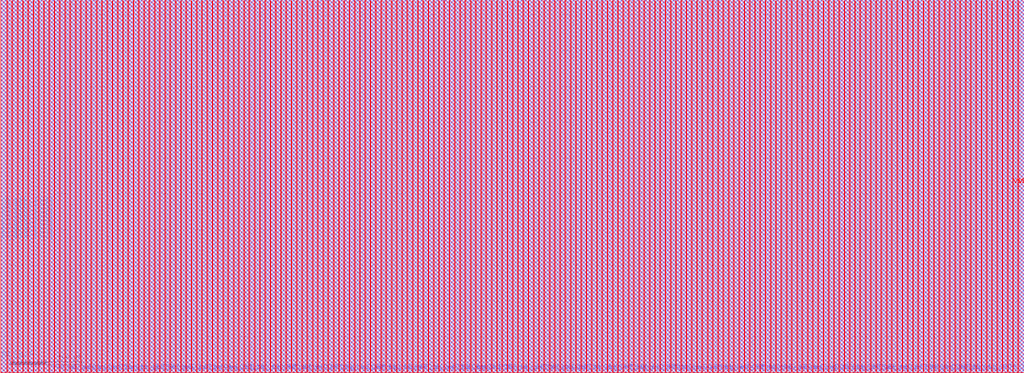
<source format=lef>
# Generated by OpenFakeRAM
VERSION 5.7 ;
BUSBITCHARS "[]" ;
PROPERTYDEFINITIONS
  MACRO width INTEGER ;
  MACRO depth INTEGER ;
  MACRO banks INTEGER ;
END PROPERTYDEFINITIONS
MACRO fakeram_1rw1r_64w1024d_sram
  PROPERTY width 64 ;
  PROPERTY depth 1024 ;
  PROPERTY banks 1 ;
  FOREIGN fakeram_1rw1r_64w1024d_sram 0 0 ;
  SYMMETRY X Y R90 ;
  SIZE 1430.140 BY 521.280 ;
  CLASS BLOCK ;
  PIN r0_clk
    DIRECTION INPUT ;
    USE SIGNAL ;
    SHAPE ABUTMENT ;
    PORT
      LAYER met3 ;
      RECT 0.000 16.170 0.800 16.470 ;
    END
  END r0_clk
  PIN r0_ce_in
    DIRECTION INPUT ;
    USE SIGNAL ;
    SHAPE ABUTMENT ;
    PORT
      LAYER met3 ;
      RECT 0.000 20.250 0.800 20.550 ;
    END
  END r0_ce_in
  PIN r0_addr_in[0]
    DIRECTION INPUT ;
    USE SIGNAL ;
    SHAPE ABUTMENT ;
    PORT
      LAYER met3 ;
      RECT 0.000 182.770 0.800 183.070 ;
    END
  END r0_addr_in[0]
  PIN r0_addr_in[1]
    DIRECTION INPUT ;
    USE SIGNAL ;
    SHAPE ABUTMENT ;
    PORT
      LAYER met3 ;
      RECT 0.000 188.210 0.800 188.510 ;
    END
  END r0_addr_in[1]
  PIN r0_addr_in[2]
    DIRECTION INPUT ;
    USE SIGNAL ;
    SHAPE ABUTMENT ;
    PORT
      LAYER met3 ;
      RECT 0.000 194.330 0.800 194.630 ;
    END
  END r0_addr_in[2]
  PIN r0_addr_in[3]
    DIRECTION INPUT ;
    USE SIGNAL ;
    SHAPE ABUTMENT ;
    PORT
      LAYER met3 ;
      RECT 0.000 199.770 0.800 200.070 ;
    END
  END r0_addr_in[3]
  PIN r0_addr_in[4]
    DIRECTION INPUT ;
    USE SIGNAL ;
    SHAPE ABUTMENT ;
    PORT
      LAYER met3 ;
      RECT 0.000 205.890 0.800 206.190 ;
    END
  END r0_addr_in[4]
  PIN r0_addr_in[5]
    DIRECTION INPUT ;
    USE SIGNAL ;
    SHAPE ABUTMENT ;
    PORT
      LAYER met3 ;
      RECT 0.000 211.330 0.800 211.630 ;
    END
  END r0_addr_in[5]
  PIN r0_addr_in[6]
    DIRECTION INPUT ;
    USE SIGNAL ;
    SHAPE ABUTMENT ;
    PORT
      LAYER met3 ;
      RECT 0.000 217.450 0.800 217.750 ;
    END
  END r0_addr_in[6]
  PIN r0_addr_in[7]
    DIRECTION INPUT ;
    USE SIGNAL ;
    SHAPE ABUTMENT ;
    PORT
      LAYER met3 ;
      RECT 0.000 222.890 0.800 223.190 ;
    END
  END r0_addr_in[7]
  PIN r0_addr_in[8]
    DIRECTION INPUT ;
    USE SIGNAL ;
    SHAPE ABUTMENT ;
    PORT
      LAYER met3 ;
      RECT 0.000 229.010 0.800 229.310 ;
    END
  END r0_addr_in[8]
  PIN r0_addr_in[9]
    DIRECTION INPUT ;
    USE SIGNAL ;
    SHAPE ABUTMENT ;
    PORT
      LAYER met3 ;
      RECT 0.000 234.450 0.800 234.750 ;
    END
  END r0_addr_in[9]
  PIN rw0_rd_out[0]
    DIRECTION OUTPUT ;
    USE SIGNAL ;
    SHAPE ABUTMENT ;
    PORT
      LAYER met2 ;
      RECT 71.610 520.480 71.910 521.280 ;
    END
  END rw0_rd_out[0]
  PIN r0_rd_out[0]
    DIRECTION OUTPUT ;
    USE SIGNAL ;
    SHAPE ABUTMENT ;
    PORT
      LAYER met2 ;
      RECT 81.730 520.480 82.030 521.280 ;
    END
  END r0_rd_out[0]
  PIN rw0_rd_out[1]
    DIRECTION OUTPUT ;
    USE SIGNAL ;
    SHAPE ABUTMENT ;
    PORT
      LAYER met2 ;
      RECT 91.850 520.480 92.150 521.280 ;
    END
  END rw0_rd_out[1]
  PIN r0_rd_out[1]
    DIRECTION OUTPUT ;
    USE SIGNAL ;
    SHAPE ABUTMENT ;
    PORT
      LAYER met2 ;
      RECT 101.970 520.480 102.270 521.280 ;
    END
  END r0_rd_out[1]
  PIN rw0_rd_out[2]
    DIRECTION OUTPUT ;
    USE SIGNAL ;
    SHAPE ABUTMENT ;
    PORT
      LAYER met2 ;
      RECT 112.090 520.480 112.390 521.280 ;
    END
  END rw0_rd_out[2]
  PIN r0_rd_out[2]
    DIRECTION OUTPUT ;
    USE SIGNAL ;
    SHAPE ABUTMENT ;
    PORT
      LAYER met2 ;
      RECT 122.210 520.480 122.510 521.280 ;
    END
  END r0_rd_out[2]
  PIN rw0_rd_out[3]
    DIRECTION OUTPUT ;
    USE SIGNAL ;
    SHAPE ABUTMENT ;
    PORT
      LAYER met2 ;
      RECT 132.330 520.480 132.630 521.280 ;
    END
  END rw0_rd_out[3]
  PIN r0_rd_out[3]
    DIRECTION OUTPUT ;
    USE SIGNAL ;
    SHAPE ABUTMENT ;
    PORT
      LAYER met2 ;
      RECT 142.450 520.480 142.750 521.280 ;
    END
  END r0_rd_out[3]
  PIN rw0_rd_out[4]
    DIRECTION OUTPUT ;
    USE SIGNAL ;
    SHAPE ABUTMENT ;
    PORT
      LAYER met2 ;
      RECT 152.570 520.480 152.870 521.280 ;
    END
  END rw0_rd_out[4]
  PIN r0_rd_out[4]
    DIRECTION OUTPUT ;
    USE SIGNAL ;
    SHAPE ABUTMENT ;
    PORT
      LAYER met2 ;
      RECT 162.690 520.480 162.990 521.280 ;
    END
  END r0_rd_out[4]
  PIN rw0_rd_out[5]
    DIRECTION OUTPUT ;
    USE SIGNAL ;
    SHAPE ABUTMENT ;
    PORT
      LAYER met2 ;
      RECT 172.810 520.480 173.110 521.280 ;
    END
  END rw0_rd_out[5]
  PIN r0_rd_out[5]
    DIRECTION OUTPUT ;
    USE SIGNAL ;
    SHAPE ABUTMENT ;
    PORT
      LAYER met2 ;
      RECT 182.930 520.480 183.230 521.280 ;
    END
  END r0_rd_out[5]
  PIN rw0_rd_out[6]
    DIRECTION OUTPUT ;
    USE SIGNAL ;
    SHAPE ABUTMENT ;
    PORT
      LAYER met2 ;
      RECT 193.050 520.480 193.350 521.280 ;
    END
  END rw0_rd_out[6]
  PIN r0_rd_out[6]
    DIRECTION OUTPUT ;
    USE SIGNAL ;
    SHAPE ABUTMENT ;
    PORT
      LAYER met2 ;
      RECT 203.170 520.480 203.470 521.280 ;
    END
  END r0_rd_out[6]
  PIN rw0_rd_out[7]
    DIRECTION OUTPUT ;
    USE SIGNAL ;
    SHAPE ABUTMENT ;
    PORT
      LAYER met2 ;
      RECT 213.290 520.480 213.590 521.280 ;
    END
  END rw0_rd_out[7]
  PIN r0_rd_out[7]
    DIRECTION OUTPUT ;
    USE SIGNAL ;
    SHAPE ABUTMENT ;
    PORT
      LAYER met2 ;
      RECT 223.410 520.480 223.710 521.280 ;
    END
  END r0_rd_out[7]
  PIN rw0_rd_out[8]
    DIRECTION OUTPUT ;
    USE SIGNAL ;
    SHAPE ABUTMENT ;
    PORT
      LAYER met2 ;
      RECT 233.530 520.480 233.830 521.280 ;
    END
  END rw0_rd_out[8]
  PIN r0_rd_out[8]
    DIRECTION OUTPUT ;
    USE SIGNAL ;
    SHAPE ABUTMENT ;
    PORT
      LAYER met2 ;
      RECT 243.650 520.480 243.950 521.280 ;
    END
  END r0_rd_out[8]
  PIN rw0_rd_out[9]
    DIRECTION OUTPUT ;
    USE SIGNAL ;
    SHAPE ABUTMENT ;
    PORT
      LAYER met2 ;
      RECT 253.770 520.480 254.070 521.280 ;
    END
  END rw0_rd_out[9]
  PIN r0_rd_out[9]
    DIRECTION OUTPUT ;
    USE SIGNAL ;
    SHAPE ABUTMENT ;
    PORT
      LAYER met2 ;
      RECT 263.890 520.480 264.190 521.280 ;
    END
  END r0_rd_out[9]
  PIN rw0_rd_out[10]
    DIRECTION OUTPUT ;
    USE SIGNAL ;
    SHAPE ABUTMENT ;
    PORT
      LAYER met2 ;
      RECT 274.010 520.480 274.310 521.280 ;
    END
  END rw0_rd_out[10]
  PIN r0_rd_out[10]
    DIRECTION OUTPUT ;
    USE SIGNAL ;
    SHAPE ABUTMENT ;
    PORT
      LAYER met2 ;
      RECT 284.130 520.480 284.430 521.280 ;
    END
  END r0_rd_out[10]
  PIN rw0_rd_out[11]
    DIRECTION OUTPUT ;
    USE SIGNAL ;
    SHAPE ABUTMENT ;
    PORT
      LAYER met2 ;
      RECT 294.710 520.480 295.010 521.280 ;
    END
  END rw0_rd_out[11]
  PIN r0_rd_out[11]
    DIRECTION OUTPUT ;
    USE SIGNAL ;
    SHAPE ABUTMENT ;
    PORT
      LAYER met2 ;
      RECT 304.830 520.480 305.130 521.280 ;
    END
  END r0_rd_out[11]
  PIN rw0_rd_out[12]
    DIRECTION OUTPUT ;
    USE SIGNAL ;
    SHAPE ABUTMENT ;
    PORT
      LAYER met2 ;
      RECT 314.950 520.480 315.250 521.280 ;
    END
  END rw0_rd_out[12]
  PIN r0_rd_out[12]
    DIRECTION OUTPUT ;
    USE SIGNAL ;
    SHAPE ABUTMENT ;
    PORT
      LAYER met2 ;
      RECT 325.070 520.480 325.370 521.280 ;
    END
  END r0_rd_out[12]
  PIN rw0_rd_out[13]
    DIRECTION OUTPUT ;
    USE SIGNAL ;
    SHAPE ABUTMENT ;
    PORT
      LAYER met2 ;
      RECT 335.190 520.480 335.490 521.280 ;
    END
  END rw0_rd_out[13]
  PIN r0_rd_out[13]
    DIRECTION OUTPUT ;
    USE SIGNAL ;
    SHAPE ABUTMENT ;
    PORT
      LAYER met2 ;
      RECT 345.310 520.480 345.610 521.280 ;
    END
  END r0_rd_out[13]
  PIN rw0_rd_out[14]
    DIRECTION OUTPUT ;
    USE SIGNAL ;
    SHAPE ABUTMENT ;
    PORT
      LAYER met2 ;
      RECT 355.430 520.480 355.730 521.280 ;
    END
  END rw0_rd_out[14]
  PIN r0_rd_out[14]
    DIRECTION OUTPUT ;
    USE SIGNAL ;
    SHAPE ABUTMENT ;
    PORT
      LAYER met2 ;
      RECT 365.550 520.480 365.850 521.280 ;
    END
  END r0_rd_out[14]
  PIN rw0_rd_out[15]
    DIRECTION OUTPUT ;
    USE SIGNAL ;
    SHAPE ABUTMENT ;
    PORT
      LAYER met2 ;
      RECT 375.670 520.480 375.970 521.280 ;
    END
  END rw0_rd_out[15]
  PIN r0_rd_out[15]
    DIRECTION OUTPUT ;
    USE SIGNAL ;
    SHAPE ABUTMENT ;
    PORT
      LAYER met2 ;
      RECT 385.790 520.480 386.090 521.280 ;
    END
  END r0_rd_out[15]
  PIN rw0_rd_out[16]
    DIRECTION OUTPUT ;
    USE SIGNAL ;
    SHAPE ABUTMENT ;
    PORT
      LAYER met2 ;
      RECT 395.910 520.480 396.210 521.280 ;
    END
  END rw0_rd_out[16]
  PIN r0_rd_out[16]
    DIRECTION OUTPUT ;
    USE SIGNAL ;
    SHAPE ABUTMENT ;
    PORT
      LAYER met2 ;
      RECT 406.030 520.480 406.330 521.280 ;
    END
  END r0_rd_out[16]
  PIN rw0_rd_out[17]
    DIRECTION OUTPUT ;
    USE SIGNAL ;
    SHAPE ABUTMENT ;
    PORT
      LAYER met2 ;
      RECT 416.150 520.480 416.450 521.280 ;
    END
  END rw0_rd_out[17]
  PIN r0_rd_out[17]
    DIRECTION OUTPUT ;
    USE SIGNAL ;
    SHAPE ABUTMENT ;
    PORT
      LAYER met2 ;
      RECT 426.270 520.480 426.570 521.280 ;
    END
  END r0_rd_out[17]
  PIN rw0_rd_out[18]
    DIRECTION OUTPUT ;
    USE SIGNAL ;
    SHAPE ABUTMENT ;
    PORT
      LAYER met2 ;
      RECT 436.390 520.480 436.690 521.280 ;
    END
  END rw0_rd_out[18]
  PIN r0_rd_out[18]
    DIRECTION OUTPUT ;
    USE SIGNAL ;
    SHAPE ABUTMENT ;
    PORT
      LAYER met2 ;
      RECT 446.510 520.480 446.810 521.280 ;
    END
  END r0_rd_out[18]
  PIN rw0_rd_out[19]
    DIRECTION OUTPUT ;
    USE SIGNAL ;
    SHAPE ABUTMENT ;
    PORT
      LAYER met2 ;
      RECT 456.630 520.480 456.930 521.280 ;
    END
  END rw0_rd_out[19]
  PIN r0_rd_out[19]
    DIRECTION OUTPUT ;
    USE SIGNAL ;
    SHAPE ABUTMENT ;
    PORT
      LAYER met2 ;
      RECT 466.750 520.480 467.050 521.280 ;
    END
  END r0_rd_out[19]
  PIN rw0_rd_out[20]
    DIRECTION OUTPUT ;
    USE SIGNAL ;
    SHAPE ABUTMENT ;
    PORT
      LAYER met2 ;
      RECT 476.870 520.480 477.170 521.280 ;
    END
  END rw0_rd_out[20]
  PIN r0_rd_out[20]
    DIRECTION OUTPUT ;
    USE SIGNAL ;
    SHAPE ABUTMENT ;
    PORT
      LAYER met2 ;
      RECT 486.990 520.480 487.290 521.280 ;
    END
  END r0_rd_out[20]
  PIN rw0_rd_out[21]
    DIRECTION OUTPUT ;
    USE SIGNAL ;
    SHAPE ABUTMENT ;
    PORT
      LAYER met2 ;
      RECT 497.110 520.480 497.410 521.280 ;
    END
  END rw0_rd_out[21]
  PIN r0_rd_out[21]
    DIRECTION OUTPUT ;
    USE SIGNAL ;
    SHAPE ABUTMENT ;
    PORT
      LAYER met2 ;
      RECT 507.230 520.480 507.530 521.280 ;
    END
  END r0_rd_out[21]
  PIN rw0_rd_out[22]
    DIRECTION OUTPUT ;
    USE SIGNAL ;
    SHAPE ABUTMENT ;
    PORT
      LAYER met2 ;
      RECT 517.350 520.480 517.650 521.280 ;
    END
  END rw0_rd_out[22]
  PIN r0_rd_out[22]
    DIRECTION OUTPUT ;
    USE SIGNAL ;
    SHAPE ABUTMENT ;
    PORT
      LAYER met2 ;
      RECT 527.470 520.480 527.770 521.280 ;
    END
  END r0_rd_out[22]
  PIN rw0_rd_out[23]
    DIRECTION OUTPUT ;
    USE SIGNAL ;
    SHAPE ABUTMENT ;
    PORT
      LAYER met2 ;
      RECT 537.590 520.480 537.890 521.280 ;
    END
  END rw0_rd_out[23]
  PIN r0_rd_out[23]
    DIRECTION OUTPUT ;
    USE SIGNAL ;
    SHAPE ABUTMENT ;
    PORT
      LAYER met2 ;
      RECT 547.710 520.480 548.010 521.280 ;
    END
  END r0_rd_out[23]
  PIN rw0_rd_out[24]
    DIRECTION OUTPUT ;
    USE SIGNAL ;
    SHAPE ABUTMENT ;
    PORT
      LAYER met2 ;
      RECT 557.830 520.480 558.130 521.280 ;
    END
  END rw0_rd_out[24]
  PIN r0_rd_out[24]
    DIRECTION OUTPUT ;
    USE SIGNAL ;
    SHAPE ABUTMENT ;
    PORT
      LAYER met2 ;
      RECT 567.950 520.480 568.250 521.280 ;
    END
  END r0_rd_out[24]
  PIN rw0_rd_out[25]
    DIRECTION OUTPUT ;
    USE SIGNAL ;
    SHAPE ABUTMENT ;
    PORT
      LAYER met2 ;
      RECT 578.070 520.480 578.370 521.280 ;
    END
  END rw0_rd_out[25]
  PIN r0_rd_out[25]
    DIRECTION OUTPUT ;
    USE SIGNAL ;
    SHAPE ABUTMENT ;
    PORT
      LAYER met2 ;
      RECT 588.190 520.480 588.490 521.280 ;
    END
  END r0_rd_out[25]
  PIN rw0_rd_out[26]
    DIRECTION OUTPUT ;
    USE SIGNAL ;
    SHAPE ABUTMENT ;
    PORT
      LAYER met2 ;
      RECT 598.310 520.480 598.610 521.280 ;
    END
  END rw0_rd_out[26]
  PIN r0_rd_out[26]
    DIRECTION OUTPUT ;
    USE SIGNAL ;
    SHAPE ABUTMENT ;
    PORT
      LAYER met2 ;
      RECT 608.430 520.480 608.730 521.280 ;
    END
  END r0_rd_out[26]
  PIN rw0_rd_out[27]
    DIRECTION OUTPUT ;
    USE SIGNAL ;
    SHAPE ABUTMENT ;
    PORT
      LAYER met2 ;
      RECT 618.550 520.480 618.850 521.280 ;
    END
  END rw0_rd_out[27]
  PIN r0_rd_out[27]
    DIRECTION OUTPUT ;
    USE SIGNAL ;
    SHAPE ABUTMENT ;
    PORT
      LAYER met2 ;
      RECT 628.670 520.480 628.970 521.280 ;
    END
  END r0_rd_out[27]
  PIN rw0_rd_out[28]
    DIRECTION OUTPUT ;
    USE SIGNAL ;
    SHAPE ABUTMENT ;
    PORT
      LAYER met2 ;
      RECT 638.790 520.480 639.090 521.280 ;
    END
  END rw0_rd_out[28]
  PIN r0_rd_out[28]
    DIRECTION OUTPUT ;
    USE SIGNAL ;
    SHAPE ABUTMENT ;
    PORT
      LAYER met2 ;
      RECT 648.910 520.480 649.210 521.280 ;
    END
  END r0_rd_out[28]
  PIN rw0_rd_out[29]
    DIRECTION OUTPUT ;
    USE SIGNAL ;
    SHAPE ABUTMENT ;
    PORT
      LAYER met2 ;
      RECT 659.030 520.480 659.330 521.280 ;
    END
  END rw0_rd_out[29]
  PIN r0_rd_out[29]
    DIRECTION OUTPUT ;
    USE SIGNAL ;
    SHAPE ABUTMENT ;
    PORT
      LAYER met2 ;
      RECT 669.150 520.480 669.450 521.280 ;
    END
  END r0_rd_out[29]
  PIN rw0_rd_out[30]
    DIRECTION OUTPUT ;
    USE SIGNAL ;
    SHAPE ABUTMENT ;
    PORT
      LAYER met2 ;
      RECT 679.270 520.480 679.570 521.280 ;
    END
  END rw0_rd_out[30]
  PIN r0_rd_out[30]
    DIRECTION OUTPUT ;
    USE SIGNAL ;
    SHAPE ABUTMENT ;
    PORT
      LAYER met2 ;
      RECT 689.390 520.480 689.690 521.280 ;
    END
  END r0_rd_out[30]
  PIN rw0_rd_out[31]
    DIRECTION OUTPUT ;
    USE SIGNAL ;
    SHAPE ABUTMENT ;
    PORT
      LAYER met2 ;
      RECT 699.510 520.480 699.810 521.280 ;
    END
  END rw0_rd_out[31]
  PIN r0_rd_out[31]
    DIRECTION OUTPUT ;
    USE SIGNAL ;
    SHAPE ABUTMENT ;
    PORT
      LAYER met2 ;
      RECT 709.630 520.480 709.930 521.280 ;
    END
  END r0_rd_out[31]
  PIN rw0_rd_out[32]
    DIRECTION OUTPUT ;
    USE SIGNAL ;
    SHAPE ABUTMENT ;
    PORT
      LAYER met2 ;
      RECT 720.210 520.480 720.510 521.280 ;
    END
  END rw0_rd_out[32]
  PIN r0_rd_out[32]
    DIRECTION OUTPUT ;
    USE SIGNAL ;
    SHAPE ABUTMENT ;
    PORT
      LAYER met2 ;
      RECT 730.330 520.480 730.630 521.280 ;
    END
  END r0_rd_out[32]
  PIN rw0_rd_out[33]
    DIRECTION OUTPUT ;
    USE SIGNAL ;
    SHAPE ABUTMENT ;
    PORT
      LAYER met2 ;
      RECT 740.450 520.480 740.750 521.280 ;
    END
  END rw0_rd_out[33]
  PIN r0_rd_out[33]
    DIRECTION OUTPUT ;
    USE SIGNAL ;
    SHAPE ABUTMENT ;
    PORT
      LAYER met2 ;
      RECT 750.570 520.480 750.870 521.280 ;
    END
  END r0_rd_out[33]
  PIN rw0_rd_out[34]
    DIRECTION OUTPUT ;
    USE SIGNAL ;
    SHAPE ABUTMENT ;
    PORT
      LAYER met2 ;
      RECT 760.690 520.480 760.990 521.280 ;
    END
  END rw0_rd_out[34]
  PIN r0_rd_out[34]
    DIRECTION OUTPUT ;
    USE SIGNAL ;
    SHAPE ABUTMENT ;
    PORT
      LAYER met2 ;
      RECT 770.810 520.480 771.110 521.280 ;
    END
  END r0_rd_out[34]
  PIN rw0_rd_out[35]
    DIRECTION OUTPUT ;
    USE SIGNAL ;
    SHAPE ABUTMENT ;
    PORT
      LAYER met2 ;
      RECT 780.930 520.480 781.230 521.280 ;
    END
  END rw0_rd_out[35]
  PIN r0_rd_out[35]
    DIRECTION OUTPUT ;
    USE SIGNAL ;
    SHAPE ABUTMENT ;
    PORT
      LAYER met2 ;
      RECT 791.050 520.480 791.350 521.280 ;
    END
  END r0_rd_out[35]
  PIN rw0_rd_out[36]
    DIRECTION OUTPUT ;
    USE SIGNAL ;
    SHAPE ABUTMENT ;
    PORT
      LAYER met2 ;
      RECT 801.170 520.480 801.470 521.280 ;
    END
  END rw0_rd_out[36]
  PIN r0_rd_out[36]
    DIRECTION OUTPUT ;
    USE SIGNAL ;
    SHAPE ABUTMENT ;
    PORT
      LAYER met2 ;
      RECT 811.290 520.480 811.590 521.280 ;
    END
  END r0_rd_out[36]
  PIN rw0_rd_out[37]
    DIRECTION OUTPUT ;
    USE SIGNAL ;
    SHAPE ABUTMENT ;
    PORT
      LAYER met2 ;
      RECT 821.410 520.480 821.710 521.280 ;
    END
  END rw0_rd_out[37]
  PIN r0_rd_out[37]
    DIRECTION OUTPUT ;
    USE SIGNAL ;
    SHAPE ABUTMENT ;
    PORT
      LAYER met2 ;
      RECT 831.530 520.480 831.830 521.280 ;
    END
  END r0_rd_out[37]
  PIN rw0_rd_out[38]
    DIRECTION OUTPUT ;
    USE SIGNAL ;
    SHAPE ABUTMENT ;
    PORT
      LAYER met2 ;
      RECT 841.650 520.480 841.950 521.280 ;
    END
  END rw0_rd_out[38]
  PIN r0_rd_out[38]
    DIRECTION OUTPUT ;
    USE SIGNAL ;
    SHAPE ABUTMENT ;
    PORT
      LAYER met2 ;
      RECT 851.770 520.480 852.070 521.280 ;
    END
  END r0_rd_out[38]
  PIN rw0_rd_out[39]
    DIRECTION OUTPUT ;
    USE SIGNAL ;
    SHAPE ABUTMENT ;
    PORT
      LAYER met2 ;
      RECT 861.890 520.480 862.190 521.280 ;
    END
  END rw0_rd_out[39]
  PIN r0_rd_out[39]
    DIRECTION OUTPUT ;
    USE SIGNAL ;
    SHAPE ABUTMENT ;
    PORT
      LAYER met2 ;
      RECT 872.010 520.480 872.310 521.280 ;
    END
  END r0_rd_out[39]
  PIN rw0_rd_out[40]
    DIRECTION OUTPUT ;
    USE SIGNAL ;
    SHAPE ABUTMENT ;
    PORT
      LAYER met2 ;
      RECT 882.130 520.480 882.430 521.280 ;
    END
  END rw0_rd_out[40]
  PIN r0_rd_out[40]
    DIRECTION OUTPUT ;
    USE SIGNAL ;
    SHAPE ABUTMENT ;
    PORT
      LAYER met2 ;
      RECT 892.250 520.480 892.550 521.280 ;
    END
  END r0_rd_out[40]
  PIN rw0_rd_out[41]
    DIRECTION OUTPUT ;
    USE SIGNAL ;
    SHAPE ABUTMENT ;
    PORT
      LAYER met2 ;
      RECT 902.370 520.480 902.670 521.280 ;
    END
  END rw0_rd_out[41]
  PIN r0_rd_out[41]
    DIRECTION OUTPUT ;
    USE SIGNAL ;
    SHAPE ABUTMENT ;
    PORT
      LAYER met2 ;
      RECT 912.490 520.480 912.790 521.280 ;
    END
  END r0_rd_out[41]
  PIN rw0_rd_out[42]
    DIRECTION OUTPUT ;
    USE SIGNAL ;
    SHAPE ABUTMENT ;
    PORT
      LAYER met2 ;
      RECT 922.610 520.480 922.910 521.280 ;
    END
  END rw0_rd_out[42]
  PIN r0_rd_out[42]
    DIRECTION OUTPUT ;
    USE SIGNAL ;
    SHAPE ABUTMENT ;
    PORT
      LAYER met2 ;
      RECT 932.730 520.480 933.030 521.280 ;
    END
  END r0_rd_out[42]
  PIN rw0_rd_out[43]
    DIRECTION OUTPUT ;
    USE SIGNAL ;
    SHAPE ABUTMENT ;
    PORT
      LAYER met2 ;
      RECT 942.850 520.480 943.150 521.280 ;
    END
  END rw0_rd_out[43]
  PIN r0_rd_out[43]
    DIRECTION OUTPUT ;
    USE SIGNAL ;
    SHAPE ABUTMENT ;
    PORT
      LAYER met2 ;
      RECT 952.970 520.480 953.270 521.280 ;
    END
  END r0_rd_out[43]
  PIN rw0_rd_out[44]
    DIRECTION OUTPUT ;
    USE SIGNAL ;
    SHAPE ABUTMENT ;
    PORT
      LAYER met2 ;
      RECT 963.090 520.480 963.390 521.280 ;
    END
  END rw0_rd_out[44]
  PIN r0_rd_out[44]
    DIRECTION OUTPUT ;
    USE SIGNAL ;
    SHAPE ABUTMENT ;
    PORT
      LAYER met2 ;
      RECT 973.210 520.480 973.510 521.280 ;
    END
  END r0_rd_out[44]
  PIN rw0_rd_out[45]
    DIRECTION OUTPUT ;
    USE SIGNAL ;
    SHAPE ABUTMENT ;
    PORT
      LAYER met2 ;
      RECT 983.330 520.480 983.630 521.280 ;
    END
  END rw0_rd_out[45]
  PIN r0_rd_out[45]
    DIRECTION OUTPUT ;
    USE SIGNAL ;
    SHAPE ABUTMENT ;
    PORT
      LAYER met2 ;
      RECT 993.450 520.480 993.750 521.280 ;
    END
  END r0_rd_out[45]
  PIN rw0_rd_out[46]
    DIRECTION OUTPUT ;
    USE SIGNAL ;
    SHAPE ABUTMENT ;
    PORT
      LAYER met2 ;
      RECT 1003.570 520.480 1003.870 521.280 ;
    END
  END rw0_rd_out[46]
  PIN r0_rd_out[46]
    DIRECTION OUTPUT ;
    USE SIGNAL ;
    SHAPE ABUTMENT ;
    PORT
      LAYER met2 ;
      RECT 1013.690 520.480 1013.990 521.280 ;
    END
  END r0_rd_out[46]
  PIN rw0_rd_out[47]
    DIRECTION OUTPUT ;
    USE SIGNAL ;
    SHAPE ABUTMENT ;
    PORT
      LAYER met2 ;
      RECT 1023.810 520.480 1024.110 521.280 ;
    END
  END rw0_rd_out[47]
  PIN r0_rd_out[47]
    DIRECTION OUTPUT ;
    USE SIGNAL ;
    SHAPE ABUTMENT ;
    PORT
      LAYER met2 ;
      RECT 1033.930 520.480 1034.230 521.280 ;
    END
  END r0_rd_out[47]
  PIN rw0_rd_out[48]
    DIRECTION OUTPUT ;
    USE SIGNAL ;
    SHAPE ABUTMENT ;
    PORT
      LAYER met2 ;
      RECT 1044.050 520.480 1044.350 521.280 ;
    END
  END rw0_rd_out[48]
  PIN r0_rd_out[48]
    DIRECTION OUTPUT ;
    USE SIGNAL ;
    SHAPE ABUTMENT ;
    PORT
      LAYER met2 ;
      RECT 1054.170 520.480 1054.470 521.280 ;
    END
  END r0_rd_out[48]
  PIN rw0_rd_out[49]
    DIRECTION OUTPUT ;
    USE SIGNAL ;
    SHAPE ABUTMENT ;
    PORT
      LAYER met2 ;
      RECT 1064.290 520.480 1064.590 521.280 ;
    END
  END rw0_rd_out[49]
  PIN r0_rd_out[49]
    DIRECTION OUTPUT ;
    USE SIGNAL ;
    SHAPE ABUTMENT ;
    PORT
      LAYER met2 ;
      RECT 1074.410 520.480 1074.710 521.280 ;
    END
  END r0_rd_out[49]
  PIN rw0_rd_out[50]
    DIRECTION OUTPUT ;
    USE SIGNAL ;
    SHAPE ABUTMENT ;
    PORT
      LAYER met2 ;
      RECT 1084.530 520.480 1084.830 521.280 ;
    END
  END rw0_rd_out[50]
  PIN r0_rd_out[50]
    DIRECTION OUTPUT ;
    USE SIGNAL ;
    SHAPE ABUTMENT ;
    PORT
      LAYER met2 ;
      RECT 1094.650 520.480 1094.950 521.280 ;
    END
  END r0_rd_out[50]
  PIN rw0_rd_out[51]
    DIRECTION OUTPUT ;
    USE SIGNAL ;
    SHAPE ABUTMENT ;
    PORT
      LAYER met2 ;
      RECT 1104.770 520.480 1105.070 521.280 ;
    END
  END rw0_rd_out[51]
  PIN r0_rd_out[51]
    DIRECTION OUTPUT ;
    USE SIGNAL ;
    SHAPE ABUTMENT ;
    PORT
      LAYER met2 ;
      RECT 1114.890 520.480 1115.190 521.280 ;
    END
  END r0_rd_out[51]
  PIN rw0_rd_out[52]
    DIRECTION OUTPUT ;
    USE SIGNAL ;
    SHAPE ABUTMENT ;
    PORT
      LAYER met2 ;
      RECT 1125.010 520.480 1125.310 521.280 ;
    END
  END rw0_rd_out[52]
  PIN r0_rd_out[52]
    DIRECTION OUTPUT ;
    USE SIGNAL ;
    SHAPE ABUTMENT ;
    PORT
      LAYER met2 ;
      RECT 1135.130 520.480 1135.430 521.280 ;
    END
  END r0_rd_out[52]
  PIN rw0_rd_out[53]
    DIRECTION OUTPUT ;
    USE SIGNAL ;
    SHAPE ABUTMENT ;
    PORT
      LAYER met2 ;
      RECT 1145.710 520.480 1146.010 521.280 ;
    END
  END rw0_rd_out[53]
  PIN r0_rd_out[53]
    DIRECTION OUTPUT ;
    USE SIGNAL ;
    SHAPE ABUTMENT ;
    PORT
      LAYER met2 ;
      RECT 1155.830 520.480 1156.130 521.280 ;
    END
  END r0_rd_out[53]
  PIN rw0_rd_out[54]
    DIRECTION OUTPUT ;
    USE SIGNAL ;
    SHAPE ABUTMENT ;
    PORT
      LAYER met2 ;
      RECT 1165.950 520.480 1166.250 521.280 ;
    END
  END rw0_rd_out[54]
  PIN r0_rd_out[54]
    DIRECTION OUTPUT ;
    USE SIGNAL ;
    SHAPE ABUTMENT ;
    PORT
      LAYER met2 ;
      RECT 1176.070 520.480 1176.370 521.280 ;
    END
  END r0_rd_out[54]
  PIN rw0_rd_out[55]
    DIRECTION OUTPUT ;
    USE SIGNAL ;
    SHAPE ABUTMENT ;
    PORT
      LAYER met2 ;
      RECT 1186.190 520.480 1186.490 521.280 ;
    END
  END rw0_rd_out[55]
  PIN r0_rd_out[55]
    DIRECTION OUTPUT ;
    USE SIGNAL ;
    SHAPE ABUTMENT ;
    PORT
      LAYER met2 ;
      RECT 1196.310 520.480 1196.610 521.280 ;
    END
  END r0_rd_out[55]
  PIN rw0_rd_out[56]
    DIRECTION OUTPUT ;
    USE SIGNAL ;
    SHAPE ABUTMENT ;
    PORT
      LAYER met2 ;
      RECT 1206.430 520.480 1206.730 521.280 ;
    END
  END rw0_rd_out[56]
  PIN r0_rd_out[56]
    DIRECTION OUTPUT ;
    USE SIGNAL ;
    SHAPE ABUTMENT ;
    PORT
      LAYER met2 ;
      RECT 1216.550 520.480 1216.850 521.280 ;
    END
  END r0_rd_out[56]
  PIN rw0_rd_out[57]
    DIRECTION OUTPUT ;
    USE SIGNAL ;
    SHAPE ABUTMENT ;
    PORT
      LAYER met2 ;
      RECT 1226.670 520.480 1226.970 521.280 ;
    END
  END rw0_rd_out[57]
  PIN r0_rd_out[57]
    DIRECTION OUTPUT ;
    USE SIGNAL ;
    SHAPE ABUTMENT ;
    PORT
      LAYER met2 ;
      RECT 1236.790 520.480 1237.090 521.280 ;
    END
  END r0_rd_out[57]
  PIN rw0_rd_out[58]
    DIRECTION OUTPUT ;
    USE SIGNAL ;
    SHAPE ABUTMENT ;
    PORT
      LAYER met2 ;
      RECT 1246.910 520.480 1247.210 521.280 ;
    END
  END rw0_rd_out[58]
  PIN r0_rd_out[58]
    DIRECTION OUTPUT ;
    USE SIGNAL ;
    SHAPE ABUTMENT ;
    PORT
      LAYER met2 ;
      RECT 1257.030 520.480 1257.330 521.280 ;
    END
  END r0_rd_out[58]
  PIN rw0_rd_out[59]
    DIRECTION OUTPUT ;
    USE SIGNAL ;
    SHAPE ABUTMENT ;
    PORT
      LAYER met2 ;
      RECT 1267.150 520.480 1267.450 521.280 ;
    END
  END rw0_rd_out[59]
  PIN r0_rd_out[59]
    DIRECTION OUTPUT ;
    USE SIGNAL ;
    SHAPE ABUTMENT ;
    PORT
      LAYER met2 ;
      RECT 1277.270 520.480 1277.570 521.280 ;
    END
  END r0_rd_out[59]
  PIN rw0_rd_out[60]
    DIRECTION OUTPUT ;
    USE SIGNAL ;
    SHAPE ABUTMENT ;
    PORT
      LAYER met2 ;
      RECT 1287.390 520.480 1287.690 521.280 ;
    END
  END rw0_rd_out[60]
  PIN r0_rd_out[60]
    DIRECTION OUTPUT ;
    USE SIGNAL ;
    SHAPE ABUTMENT ;
    PORT
      LAYER met2 ;
      RECT 1297.510 520.480 1297.810 521.280 ;
    END
  END r0_rd_out[60]
  PIN rw0_rd_out[61]
    DIRECTION OUTPUT ;
    USE SIGNAL ;
    SHAPE ABUTMENT ;
    PORT
      LAYER met2 ;
      RECT 1307.630 520.480 1307.930 521.280 ;
    END
  END rw0_rd_out[61]
  PIN r0_rd_out[61]
    DIRECTION OUTPUT ;
    USE SIGNAL ;
    SHAPE ABUTMENT ;
    PORT
      LAYER met2 ;
      RECT 1317.750 520.480 1318.050 521.280 ;
    END
  END r0_rd_out[61]
  PIN rw0_rd_out[62]
    DIRECTION OUTPUT ;
    USE SIGNAL ;
    SHAPE ABUTMENT ;
    PORT
      LAYER met2 ;
      RECT 1327.870 520.480 1328.170 521.280 ;
    END
  END rw0_rd_out[62]
  PIN r0_rd_out[62]
    DIRECTION OUTPUT ;
    USE SIGNAL ;
    SHAPE ABUTMENT ;
    PORT
      LAYER met2 ;
      RECT 1337.990 520.480 1338.290 521.280 ;
    END
  END r0_rd_out[62]
  PIN rw0_rd_out[63]
    DIRECTION OUTPUT ;
    USE SIGNAL ;
    SHAPE ABUTMENT ;
    PORT
      LAYER met2 ;
      RECT 1348.110 520.480 1348.410 521.280 ;
    END
  END rw0_rd_out[63]
  PIN r0_rd_out[63]
    DIRECTION OUTPUT ;
    USE SIGNAL ;
    SHAPE ABUTMENT ;
    PORT
      LAYER met2 ;
      RECT 1358.230 520.480 1358.530 521.280 ;
    END
  END r0_rd_out[63]
  PIN rw0_clk
    DIRECTION INPUT ;
    USE SIGNAL ;
    SHAPE ABUTMENT ;
    PORT
      LAYER met3 ;
      RECT 1429.340 469.730 1430.140 470.030 ;
    END
  END rw0_clk
  PIN rw0_ce_in
    DIRECTION INPUT ;
    USE SIGNAL ;
    SHAPE ABUTMENT ;
    PORT
      LAYER met3 ;
      RECT 1429.340 474.490 1430.140 474.790 ;
    END
  END rw0_ce_in
  PIN rw0_we_in
    DIRECTION INPUT ;
    USE SIGNAL ;
    SHAPE ABUTMENT ;
    PORT
      LAYER met3 ;
      RECT 1429.340 479.250 1430.140 479.550 ;
    END
  END rw0_we_in
  PIN rw0_addr_in[0]
    DIRECTION INPUT ;
    USE SIGNAL ;
    SHAPE ABUTMENT ;
    PORT
      LAYER met3 ;
      RECT 1429.340 78.730 1430.140 79.030 ;
    END
  END rw0_addr_in[0]
  PIN rw0_addr_in[1]
    DIRECTION INPUT ;
    USE SIGNAL ;
    SHAPE ABUTMENT ;
    PORT
      LAYER met3 ;
      RECT 1429.340 84.170 1430.140 84.470 ;
    END
  END rw0_addr_in[1]
  PIN rw0_addr_in[2]
    DIRECTION INPUT ;
    USE SIGNAL ;
    SHAPE ABUTMENT ;
    PORT
      LAYER met3 ;
      RECT 1429.340 90.290 1430.140 90.590 ;
    END
  END rw0_addr_in[2]
  PIN rw0_addr_in[3]
    DIRECTION INPUT ;
    USE SIGNAL ;
    SHAPE ABUTMENT ;
    PORT
      LAYER met3 ;
      RECT 1429.340 95.730 1430.140 96.030 ;
    END
  END rw0_addr_in[3]
  PIN rw0_addr_in[4]
    DIRECTION INPUT ;
    USE SIGNAL ;
    SHAPE ABUTMENT ;
    PORT
      LAYER met3 ;
      RECT 1429.340 101.170 1430.140 101.470 ;
    END
  END rw0_addr_in[4]
  PIN rw0_addr_in[5]
    DIRECTION INPUT ;
    USE SIGNAL ;
    SHAPE ABUTMENT ;
    PORT
      LAYER met3 ;
      RECT 1429.340 107.290 1430.140 107.590 ;
    END
  END rw0_addr_in[5]
  PIN rw0_addr_in[6]
    DIRECTION INPUT ;
    USE SIGNAL ;
    SHAPE ABUTMENT ;
    PORT
      LAYER met3 ;
      RECT 1429.340 112.730 1430.140 113.030 ;
    END
  END rw0_addr_in[6]
  PIN rw0_addr_in[7]
    DIRECTION INPUT ;
    USE SIGNAL ;
    SHAPE ABUTMENT ;
    PORT
      LAYER met3 ;
      RECT 1429.340 118.170 1430.140 118.470 ;
    END
  END rw0_addr_in[7]
  PIN rw0_addr_in[8]
    DIRECTION INPUT ;
    USE SIGNAL ;
    SHAPE ABUTMENT ;
    PORT
      LAYER met3 ;
      RECT 1429.340 124.290 1430.140 124.590 ;
    END
  END rw0_addr_in[8]
  PIN rw0_addr_in[9]
    DIRECTION INPUT ;
    USE SIGNAL ;
    SHAPE ABUTMENT ;
    PORT
      LAYER met3 ;
      RECT 1429.340 129.730 1430.140 130.030 ;
    END
  END rw0_addr_in[9]
  PIN rw0_wd_in[0]
    DIRECTION INPUT ;
    USE SIGNAL ;
    SHAPE ABUTMENT ;
    PORT
      LAYER met2 ;
      RECT 71.610 0.000 71.910 0.800 ;
    END
  END rw0_wd_in[0]
  PIN rw0_wd_in[1]
    DIRECTION INPUT ;
    USE SIGNAL ;
    SHAPE ABUTMENT ;
    PORT
      LAYER met2 ;
      RECT 91.850 0.000 92.150 0.800 ;
    END
  END rw0_wd_in[1]
  PIN rw0_wd_in[2]
    DIRECTION INPUT ;
    USE SIGNAL ;
    SHAPE ABUTMENT ;
    PORT
      LAYER met2 ;
      RECT 112.550 0.000 112.850 0.800 ;
    END
  END rw0_wd_in[2]
  PIN rw0_wd_in[3]
    DIRECTION INPUT ;
    USE SIGNAL ;
    SHAPE ABUTMENT ;
    PORT
      LAYER met2 ;
      RECT 132.790 0.000 133.090 0.800 ;
    END
  END rw0_wd_in[3]
  PIN rw0_wd_in[4]
    DIRECTION INPUT ;
    USE SIGNAL ;
    SHAPE ABUTMENT ;
    PORT
      LAYER met2 ;
      RECT 153.490 0.000 153.790 0.800 ;
    END
  END rw0_wd_in[4]
  PIN rw0_wd_in[5]
    DIRECTION INPUT ;
    USE SIGNAL ;
    SHAPE ABUTMENT ;
    PORT
      LAYER met2 ;
      RECT 173.730 0.000 174.030 0.800 ;
    END
  END rw0_wd_in[5]
  PIN rw0_wd_in[6]
    DIRECTION INPUT ;
    USE SIGNAL ;
    SHAPE ABUTMENT ;
    PORT
      LAYER met2 ;
      RECT 193.970 0.000 194.270 0.800 ;
    END
  END rw0_wd_in[6]
  PIN rw0_wd_in[7]
    DIRECTION INPUT ;
    USE SIGNAL ;
    SHAPE ABUTMENT ;
    PORT
      LAYER met2 ;
      RECT 214.670 0.000 214.970 0.800 ;
    END
  END rw0_wd_in[7]
  PIN rw0_wd_in[8]
    DIRECTION INPUT ;
    USE SIGNAL ;
    SHAPE ABUTMENT ;
    PORT
      LAYER met2 ;
      RECT 234.910 0.000 235.210 0.800 ;
    END
  END rw0_wd_in[8]
  PIN rw0_wd_in[9]
    DIRECTION INPUT ;
    USE SIGNAL ;
    SHAPE ABUTMENT ;
    PORT
      LAYER met2 ;
      RECT 255.610 0.000 255.910 0.800 ;
    END
  END rw0_wd_in[9]
  PIN rw0_wd_in[10]
    DIRECTION INPUT ;
    USE SIGNAL ;
    SHAPE ABUTMENT ;
    PORT
      LAYER met2 ;
      RECT 275.850 0.000 276.150 0.800 ;
    END
  END rw0_wd_in[10]
  PIN rw0_wd_in[11]
    DIRECTION INPUT ;
    USE SIGNAL ;
    SHAPE ABUTMENT ;
    PORT
      LAYER met2 ;
      RECT 296.090 0.000 296.390 0.800 ;
    END
  END rw0_wd_in[11]
  PIN rw0_wd_in[12]
    DIRECTION INPUT ;
    USE SIGNAL ;
    SHAPE ABUTMENT ;
    PORT
      LAYER met2 ;
      RECT 316.790 0.000 317.090 0.800 ;
    END
  END rw0_wd_in[12]
  PIN rw0_wd_in[13]
    DIRECTION INPUT ;
    USE SIGNAL ;
    SHAPE ABUTMENT ;
    PORT
      LAYER met2 ;
      RECT 337.030 0.000 337.330 0.800 ;
    END
  END rw0_wd_in[13]
  PIN rw0_wd_in[14]
    DIRECTION INPUT ;
    USE SIGNAL ;
    SHAPE ABUTMENT ;
    PORT
      LAYER met2 ;
      RECT 357.730 0.000 358.030 0.800 ;
    END
  END rw0_wd_in[14]
  PIN rw0_wd_in[15]
    DIRECTION INPUT ;
    USE SIGNAL ;
    SHAPE ABUTMENT ;
    PORT
      LAYER met2 ;
      RECT 377.970 0.000 378.270 0.800 ;
    END
  END rw0_wd_in[15]
  PIN rw0_wd_in[16]
    DIRECTION INPUT ;
    USE SIGNAL ;
    SHAPE ABUTMENT ;
    PORT
      LAYER met2 ;
      RECT 398.210 0.000 398.510 0.800 ;
    END
  END rw0_wd_in[16]
  PIN rw0_wd_in[17]
    DIRECTION INPUT ;
    USE SIGNAL ;
    SHAPE ABUTMENT ;
    PORT
      LAYER met2 ;
      RECT 418.910 0.000 419.210 0.800 ;
    END
  END rw0_wd_in[17]
  PIN rw0_wd_in[18]
    DIRECTION INPUT ;
    USE SIGNAL ;
    SHAPE ABUTMENT ;
    PORT
      LAYER met2 ;
      RECT 439.150 0.000 439.450 0.800 ;
    END
  END rw0_wd_in[18]
  PIN rw0_wd_in[19]
    DIRECTION INPUT ;
    USE SIGNAL ;
    SHAPE ABUTMENT ;
    PORT
      LAYER met2 ;
      RECT 459.850 0.000 460.150 0.800 ;
    END
  END rw0_wd_in[19]
  PIN rw0_wd_in[20]
    DIRECTION INPUT ;
    USE SIGNAL ;
    SHAPE ABUTMENT ;
    PORT
      LAYER met2 ;
      RECT 480.090 0.000 480.390 0.800 ;
    END
  END rw0_wd_in[20]
  PIN rw0_wd_in[21]
    DIRECTION INPUT ;
    USE SIGNAL ;
    SHAPE ABUTMENT ;
    PORT
      LAYER met2 ;
      RECT 500.330 0.000 500.630 0.800 ;
    END
  END rw0_wd_in[21]
  PIN rw0_wd_in[22]
    DIRECTION INPUT ;
    USE SIGNAL ;
    SHAPE ABUTMENT ;
    PORT
      LAYER met2 ;
      RECT 521.030 0.000 521.330 0.800 ;
    END
  END rw0_wd_in[22]
  PIN rw0_wd_in[23]
    DIRECTION INPUT ;
    USE SIGNAL ;
    SHAPE ABUTMENT ;
    PORT
      LAYER met2 ;
      RECT 541.270 0.000 541.570 0.800 ;
    END
  END rw0_wd_in[23]
  PIN rw0_wd_in[24]
    DIRECTION INPUT ;
    USE SIGNAL ;
    SHAPE ABUTMENT ;
    PORT
      LAYER met2 ;
      RECT 561.970 0.000 562.270 0.800 ;
    END
  END rw0_wd_in[24]
  PIN rw0_wd_in[25]
    DIRECTION INPUT ;
    USE SIGNAL ;
    SHAPE ABUTMENT ;
    PORT
      LAYER met2 ;
      RECT 582.210 0.000 582.510 0.800 ;
    END
  END rw0_wd_in[25]
  PIN rw0_wd_in[26]
    DIRECTION INPUT ;
    USE SIGNAL ;
    SHAPE ABUTMENT ;
    PORT
      LAYER met2 ;
      RECT 602.450 0.000 602.750 0.800 ;
    END
  END rw0_wd_in[26]
  PIN rw0_wd_in[27]
    DIRECTION INPUT ;
    USE SIGNAL ;
    SHAPE ABUTMENT ;
    PORT
      LAYER met2 ;
      RECT 623.150 0.000 623.450 0.800 ;
    END
  END rw0_wd_in[27]
  PIN rw0_wd_in[28]
    DIRECTION INPUT ;
    USE SIGNAL ;
    SHAPE ABUTMENT ;
    PORT
      LAYER met2 ;
      RECT 643.390 0.000 643.690 0.800 ;
    END
  END rw0_wd_in[28]
  PIN rw0_wd_in[29]
    DIRECTION INPUT ;
    USE SIGNAL ;
    SHAPE ABUTMENT ;
    PORT
      LAYER met2 ;
      RECT 664.090 0.000 664.390 0.800 ;
    END
  END rw0_wd_in[29]
  PIN rw0_wd_in[30]
    DIRECTION INPUT ;
    USE SIGNAL ;
    SHAPE ABUTMENT ;
    PORT
      LAYER met2 ;
      RECT 684.330 0.000 684.630 0.800 ;
    END
  END rw0_wd_in[30]
  PIN rw0_wd_in[31]
    DIRECTION INPUT ;
    USE SIGNAL ;
    SHAPE ABUTMENT ;
    PORT
      LAYER met2 ;
      RECT 704.570 0.000 704.870 0.800 ;
    END
  END rw0_wd_in[31]
  PIN rw0_wd_in[32]
    DIRECTION INPUT ;
    USE SIGNAL ;
    SHAPE ABUTMENT ;
    PORT
      LAYER met2 ;
      RECT 725.270 0.000 725.570 0.800 ;
    END
  END rw0_wd_in[32]
  PIN rw0_wd_in[33]
    DIRECTION INPUT ;
    USE SIGNAL ;
    SHAPE ABUTMENT ;
    PORT
      LAYER met2 ;
      RECT 745.510 0.000 745.810 0.800 ;
    END
  END rw0_wd_in[33]
  PIN rw0_wd_in[34]
    DIRECTION INPUT ;
    USE SIGNAL ;
    SHAPE ABUTMENT ;
    PORT
      LAYER met2 ;
      RECT 765.750 0.000 766.050 0.800 ;
    END
  END rw0_wd_in[34]
  PIN rw0_wd_in[35]
    DIRECTION INPUT ;
    USE SIGNAL ;
    SHAPE ABUTMENT ;
    PORT
      LAYER met2 ;
      RECT 786.450 0.000 786.750 0.800 ;
    END
  END rw0_wd_in[35]
  PIN rw0_wd_in[36]
    DIRECTION INPUT ;
    USE SIGNAL ;
    SHAPE ABUTMENT ;
    PORT
      LAYER met2 ;
      RECT 806.690 0.000 806.990 0.800 ;
    END
  END rw0_wd_in[36]
  PIN rw0_wd_in[37]
    DIRECTION INPUT ;
    USE SIGNAL ;
    SHAPE ABUTMENT ;
    PORT
      LAYER met2 ;
      RECT 827.390 0.000 827.690 0.800 ;
    END
  END rw0_wd_in[37]
  PIN rw0_wd_in[38]
    DIRECTION INPUT ;
    USE SIGNAL ;
    SHAPE ABUTMENT ;
    PORT
      LAYER met2 ;
      RECT 847.630 0.000 847.930 0.800 ;
    END
  END rw0_wd_in[38]
  PIN rw0_wd_in[39]
    DIRECTION INPUT ;
    USE SIGNAL ;
    SHAPE ABUTMENT ;
    PORT
      LAYER met2 ;
      RECT 867.870 0.000 868.170 0.800 ;
    END
  END rw0_wd_in[39]
  PIN rw0_wd_in[40]
    DIRECTION INPUT ;
    USE SIGNAL ;
    SHAPE ABUTMENT ;
    PORT
      LAYER met2 ;
      RECT 888.570 0.000 888.870 0.800 ;
    END
  END rw0_wd_in[40]
  PIN rw0_wd_in[41]
    DIRECTION INPUT ;
    USE SIGNAL ;
    SHAPE ABUTMENT ;
    PORT
      LAYER met2 ;
      RECT 908.810 0.000 909.110 0.800 ;
    END
  END rw0_wd_in[41]
  PIN rw0_wd_in[42]
    DIRECTION INPUT ;
    USE SIGNAL ;
    SHAPE ABUTMENT ;
    PORT
      LAYER met2 ;
      RECT 929.510 0.000 929.810 0.800 ;
    END
  END rw0_wd_in[42]
  PIN rw0_wd_in[43]
    DIRECTION INPUT ;
    USE SIGNAL ;
    SHAPE ABUTMENT ;
    PORT
      LAYER met2 ;
      RECT 949.750 0.000 950.050 0.800 ;
    END
  END rw0_wd_in[43]
  PIN rw0_wd_in[44]
    DIRECTION INPUT ;
    USE SIGNAL ;
    SHAPE ABUTMENT ;
    PORT
      LAYER met2 ;
      RECT 969.990 0.000 970.290 0.800 ;
    END
  END rw0_wd_in[44]
  PIN rw0_wd_in[45]
    DIRECTION INPUT ;
    USE SIGNAL ;
    SHAPE ABUTMENT ;
    PORT
      LAYER met2 ;
      RECT 990.690 0.000 990.990 0.800 ;
    END
  END rw0_wd_in[45]
  PIN rw0_wd_in[46]
    DIRECTION INPUT ;
    USE SIGNAL ;
    SHAPE ABUTMENT ;
    PORT
      LAYER met2 ;
      RECT 1010.930 0.000 1011.230 0.800 ;
    END
  END rw0_wd_in[46]
  PIN rw0_wd_in[47]
    DIRECTION INPUT ;
    USE SIGNAL ;
    SHAPE ABUTMENT ;
    PORT
      LAYER met2 ;
      RECT 1031.630 0.000 1031.930 0.800 ;
    END
  END rw0_wd_in[47]
  PIN rw0_wd_in[48]
    DIRECTION INPUT ;
    USE SIGNAL ;
    SHAPE ABUTMENT ;
    PORT
      LAYER met2 ;
      RECT 1051.870 0.000 1052.170 0.800 ;
    END
  END rw0_wd_in[48]
  PIN rw0_wd_in[49]
    DIRECTION INPUT ;
    USE SIGNAL ;
    SHAPE ABUTMENT ;
    PORT
      LAYER met2 ;
      RECT 1072.110 0.000 1072.410 0.800 ;
    END
  END rw0_wd_in[49]
  PIN rw0_wd_in[50]
    DIRECTION INPUT ;
    USE SIGNAL ;
    SHAPE ABUTMENT ;
    PORT
      LAYER met2 ;
      RECT 1092.810 0.000 1093.110 0.800 ;
    END
  END rw0_wd_in[50]
  PIN rw0_wd_in[51]
    DIRECTION INPUT ;
    USE SIGNAL ;
    SHAPE ABUTMENT ;
    PORT
      LAYER met2 ;
      RECT 1113.050 0.000 1113.350 0.800 ;
    END
  END rw0_wd_in[51]
  PIN rw0_wd_in[52]
    DIRECTION INPUT ;
    USE SIGNAL ;
    SHAPE ABUTMENT ;
    PORT
      LAYER met2 ;
      RECT 1133.750 0.000 1134.050 0.800 ;
    END
  END rw0_wd_in[52]
  PIN rw0_wd_in[53]
    DIRECTION INPUT ;
    USE SIGNAL ;
    SHAPE ABUTMENT ;
    PORT
      LAYER met2 ;
      RECT 1153.990 0.000 1154.290 0.800 ;
    END
  END rw0_wd_in[53]
  PIN rw0_wd_in[54]
    DIRECTION INPUT ;
    USE SIGNAL ;
    SHAPE ABUTMENT ;
    PORT
      LAYER met2 ;
      RECT 1174.230 0.000 1174.530 0.800 ;
    END
  END rw0_wd_in[54]
  PIN rw0_wd_in[55]
    DIRECTION INPUT ;
    USE SIGNAL ;
    SHAPE ABUTMENT ;
    PORT
      LAYER met2 ;
      RECT 1194.930 0.000 1195.230 0.800 ;
    END
  END rw0_wd_in[55]
  PIN rw0_wd_in[56]
    DIRECTION INPUT ;
    USE SIGNAL ;
    SHAPE ABUTMENT ;
    PORT
      LAYER met2 ;
      RECT 1215.170 0.000 1215.470 0.800 ;
    END
  END rw0_wd_in[56]
  PIN rw0_wd_in[57]
    DIRECTION INPUT ;
    USE SIGNAL ;
    SHAPE ABUTMENT ;
    PORT
      LAYER met2 ;
      RECT 1235.870 0.000 1236.170 0.800 ;
    END
  END rw0_wd_in[57]
  PIN rw0_wd_in[58]
    DIRECTION INPUT ;
    USE SIGNAL ;
    SHAPE ABUTMENT ;
    PORT
      LAYER met2 ;
      RECT 1256.110 0.000 1256.410 0.800 ;
    END
  END rw0_wd_in[58]
  PIN rw0_wd_in[59]
    DIRECTION INPUT ;
    USE SIGNAL ;
    SHAPE ABUTMENT ;
    PORT
      LAYER met2 ;
      RECT 1276.350 0.000 1276.650 0.800 ;
    END
  END rw0_wd_in[59]
  PIN rw0_wd_in[60]
    DIRECTION INPUT ;
    USE SIGNAL ;
    SHAPE ABUTMENT ;
    PORT
      LAYER met2 ;
      RECT 1297.050 0.000 1297.350 0.800 ;
    END
  END rw0_wd_in[60]
  PIN rw0_wd_in[61]
    DIRECTION INPUT ;
    USE SIGNAL ;
    SHAPE ABUTMENT ;
    PORT
      LAYER met2 ;
      RECT 1317.290 0.000 1317.590 0.800 ;
    END
  END rw0_wd_in[61]
  PIN rw0_wd_in[62]
    DIRECTION INPUT ;
    USE SIGNAL ;
    SHAPE ABUTMENT ;
    PORT
      LAYER met2 ;
      RECT 1337.990 0.000 1338.290 0.800 ;
    END
  END rw0_wd_in[62]
  PIN rw0_wd_in[63]
    DIRECTION INPUT ;
    USE SIGNAL ;
    SHAPE ABUTMENT ;
    PORT
      LAYER met2 ;
      RECT 1358.230 0.000 1358.530 0.800 ;
    END
  END rw0_wd_in[63]
  PIN VSS
    DIRECTION INOUT ;
    USE GROUND ;
    PORT
      LAYER met4 ;
      RECT 15.720 1.600 16.920 519.680 ;
      RECT 30.440 1.600 31.640 519.680 ;
      RECT 45.160 1.600 46.360 519.680 ;
      RECT 59.880 1.600 61.080 519.680 ;
      RECT 74.600 1.600 75.800 519.680 ;
      RECT 89.320 1.600 90.520 519.680 ;
      RECT 104.040 1.600 105.240 519.680 ;
      RECT 118.760 1.600 119.960 519.680 ;
      RECT 133.480 1.600 134.680 519.680 ;
      RECT 148.200 1.600 149.400 519.680 ;
      RECT 162.920 1.600 164.120 519.680 ;
      RECT 177.640 1.600 178.840 519.680 ;
      RECT 192.360 1.600 193.560 519.680 ;
      RECT 207.080 1.600 208.280 519.680 ;
      RECT 221.800 1.600 223.000 519.680 ;
      RECT 236.520 1.600 237.720 519.680 ;
      RECT 251.240 1.600 252.440 519.680 ;
      RECT 265.960 1.600 267.160 519.680 ;
      RECT 280.680 1.600 281.880 519.680 ;
      RECT 295.400 1.600 296.600 519.680 ;
      RECT 310.120 1.600 311.320 519.680 ;
      RECT 324.840 1.600 326.040 519.680 ;
      RECT 339.560 1.600 340.760 519.680 ;
      RECT 354.280 1.600 355.480 519.680 ;
      RECT 369.000 1.600 370.200 519.680 ;
      RECT 383.720 1.600 384.920 519.680 ;
      RECT 398.440 1.600 399.640 519.680 ;
      RECT 413.160 1.600 414.360 519.680 ;
      RECT 427.880 1.600 429.080 519.680 ;
      RECT 442.600 1.600 443.800 519.680 ;
      RECT 457.320 1.600 458.520 519.680 ;
      RECT 472.040 1.600 473.240 519.680 ;
      RECT 486.760 1.600 487.960 519.680 ;
      RECT 501.480 1.600 502.680 519.680 ;
      RECT 516.200 1.600 517.400 519.680 ;
      RECT 530.920 1.600 532.120 519.680 ;
      RECT 545.640 1.600 546.840 519.680 ;
      RECT 560.360 1.600 561.560 519.680 ;
      RECT 575.080 1.600 576.280 519.680 ;
      RECT 589.800 1.600 591.000 519.680 ;
      RECT 604.520 1.600 605.720 519.680 ;
      RECT 619.240 1.600 620.440 519.680 ;
      RECT 633.960 1.600 635.160 519.680 ;
      RECT 648.680 1.600 649.880 519.680 ;
      RECT 663.400 1.600 664.600 519.680 ;
      RECT 678.120 1.600 679.320 519.680 ;
      RECT 692.840 1.600 694.040 519.680 ;
      RECT 707.560 1.600 708.760 519.680 ;
      RECT 722.280 1.600 723.480 519.680 ;
      RECT 737.000 1.600 738.200 519.680 ;
      RECT 751.720 1.600 752.920 519.680 ;
      RECT 766.440 1.600 767.640 519.680 ;
      RECT 781.160 1.600 782.360 519.680 ;
      RECT 795.880 1.600 797.080 519.680 ;
      RECT 810.600 1.600 811.800 519.680 ;
      RECT 825.320 1.600 826.520 519.680 ;
      RECT 840.040 1.600 841.240 519.680 ;
      RECT 854.760 1.600 855.960 519.680 ;
      RECT 869.480 1.600 870.680 519.680 ;
      RECT 884.200 1.600 885.400 519.680 ;
      RECT 898.920 1.600 900.120 519.680 ;
      RECT 913.640 1.600 914.840 519.680 ;
      RECT 928.360 1.600 929.560 519.680 ;
      RECT 943.080 1.600 944.280 519.680 ;
      RECT 957.800 1.600 959.000 519.680 ;
      RECT 972.520 1.600 973.720 519.680 ;
      RECT 987.240 1.600 988.440 519.680 ;
      RECT 1001.960 1.600 1003.160 519.680 ;
      RECT 1016.680 1.600 1017.880 519.680 ;
      RECT 1031.400 1.600 1032.600 519.680 ;
      RECT 1046.120 1.600 1047.320 519.680 ;
      RECT 1060.840 1.600 1062.040 519.680 ;
      RECT 1075.560 1.600 1076.760 519.680 ;
      RECT 1090.280 1.600 1091.480 519.680 ;
      RECT 1105.000 1.600 1106.200 519.680 ;
      RECT 1119.720 1.600 1120.920 519.680 ;
      RECT 1134.440 1.600 1135.640 519.680 ;
      RECT 1149.160 1.600 1150.360 519.680 ;
      RECT 1163.880 1.600 1165.080 519.680 ;
      RECT 1178.600 1.600 1179.800 519.680 ;
      RECT 1193.320 1.600 1194.520 519.680 ;
      RECT 1208.040 1.600 1209.240 519.680 ;
      RECT 1222.760 1.600 1223.960 519.680 ;
      RECT 1237.480 1.600 1238.680 519.680 ;
      RECT 1252.200 1.600 1253.400 519.680 ;
      RECT 1266.920 1.600 1268.120 519.680 ;
      RECT 1281.640 1.600 1282.840 519.680 ;
      RECT 1296.360 1.600 1297.560 519.680 ;
      RECT 1311.080 1.600 1312.280 519.680 ;
      RECT 1325.800 1.600 1327.000 519.680 ;
      RECT 1340.520 1.600 1341.720 519.680 ;
      RECT 1355.240 1.600 1356.440 519.680 ;
      RECT 1369.960 1.600 1371.160 519.680 ;
      RECT 1384.680 1.600 1385.880 519.680 ;
      RECT 1399.400 1.600 1400.600 519.680 ;
      RECT 1414.120 1.600 1415.320 519.680 ;
    END
  END VSS
  PIN VDD
    DIRECTION INOUT ;
    USE POWER ;
    PORT
      LAYER met4 ;
      RECT 8.360 1.600 9.560 519.680 ;
      RECT 23.080 1.600 24.280 519.680 ;
      RECT 37.800 1.600 39.000 519.680 ;
      RECT 52.520 1.600 53.720 519.680 ;
      RECT 67.240 1.600 68.440 519.680 ;
      RECT 81.960 1.600 83.160 519.680 ;
      RECT 96.680 1.600 97.880 519.680 ;
      RECT 111.400 1.600 112.600 519.680 ;
      RECT 126.120 1.600 127.320 519.680 ;
      RECT 140.840 1.600 142.040 519.680 ;
      RECT 155.560 1.600 156.760 519.680 ;
      RECT 170.280 1.600 171.480 519.680 ;
      RECT 185.000 1.600 186.200 519.680 ;
      RECT 199.720 1.600 200.920 519.680 ;
      RECT 214.440 1.600 215.640 519.680 ;
      RECT 229.160 1.600 230.360 519.680 ;
      RECT 243.880 1.600 245.080 519.680 ;
      RECT 258.600 1.600 259.800 519.680 ;
      RECT 273.320 1.600 274.520 519.680 ;
      RECT 288.040 1.600 289.240 519.680 ;
      RECT 302.760 1.600 303.960 519.680 ;
      RECT 317.480 1.600 318.680 519.680 ;
      RECT 332.200 1.600 333.400 519.680 ;
      RECT 346.920 1.600 348.120 519.680 ;
      RECT 361.640 1.600 362.840 519.680 ;
      RECT 376.360 1.600 377.560 519.680 ;
      RECT 391.080 1.600 392.280 519.680 ;
      RECT 405.800 1.600 407.000 519.680 ;
      RECT 420.520 1.600 421.720 519.680 ;
      RECT 435.240 1.600 436.440 519.680 ;
      RECT 449.960 1.600 451.160 519.680 ;
      RECT 464.680 1.600 465.880 519.680 ;
      RECT 479.400 1.600 480.600 519.680 ;
      RECT 494.120 1.600 495.320 519.680 ;
      RECT 508.840 1.600 510.040 519.680 ;
      RECT 523.560 1.600 524.760 519.680 ;
      RECT 538.280 1.600 539.480 519.680 ;
      RECT 553.000 1.600 554.200 519.680 ;
      RECT 567.720 1.600 568.920 519.680 ;
      RECT 582.440 1.600 583.640 519.680 ;
      RECT 597.160 1.600 598.360 519.680 ;
      RECT 611.880 1.600 613.080 519.680 ;
      RECT 626.600 1.600 627.800 519.680 ;
      RECT 641.320 1.600 642.520 519.680 ;
      RECT 656.040 1.600 657.240 519.680 ;
      RECT 670.760 1.600 671.960 519.680 ;
      RECT 685.480 1.600 686.680 519.680 ;
      RECT 700.200 1.600 701.400 519.680 ;
      RECT 714.920 1.600 716.120 519.680 ;
      RECT 729.640 1.600 730.840 519.680 ;
      RECT 744.360 1.600 745.560 519.680 ;
      RECT 759.080 1.600 760.280 519.680 ;
      RECT 773.800 1.600 775.000 519.680 ;
      RECT 788.520 1.600 789.720 519.680 ;
      RECT 803.240 1.600 804.440 519.680 ;
      RECT 817.960 1.600 819.160 519.680 ;
      RECT 832.680 1.600 833.880 519.680 ;
      RECT 847.400 1.600 848.600 519.680 ;
      RECT 862.120 1.600 863.320 519.680 ;
      RECT 876.840 1.600 878.040 519.680 ;
      RECT 891.560 1.600 892.760 519.680 ;
      RECT 906.280 1.600 907.480 519.680 ;
      RECT 921.000 1.600 922.200 519.680 ;
      RECT 935.720 1.600 936.920 519.680 ;
      RECT 950.440 1.600 951.640 519.680 ;
      RECT 965.160 1.600 966.360 519.680 ;
      RECT 979.880 1.600 981.080 519.680 ;
      RECT 994.600 1.600 995.800 519.680 ;
      RECT 1009.320 1.600 1010.520 519.680 ;
      RECT 1024.040 1.600 1025.240 519.680 ;
      RECT 1038.760 1.600 1039.960 519.680 ;
      RECT 1053.480 1.600 1054.680 519.680 ;
      RECT 1068.200 1.600 1069.400 519.680 ;
      RECT 1082.920 1.600 1084.120 519.680 ;
      RECT 1097.640 1.600 1098.840 519.680 ;
      RECT 1112.360 1.600 1113.560 519.680 ;
      RECT 1127.080 1.600 1128.280 519.680 ;
      RECT 1141.800 1.600 1143.000 519.680 ;
      RECT 1156.520 1.600 1157.720 519.680 ;
      RECT 1171.240 1.600 1172.440 519.680 ;
      RECT 1185.960 1.600 1187.160 519.680 ;
      RECT 1200.680 1.600 1201.880 519.680 ;
      RECT 1215.400 1.600 1216.600 519.680 ;
      RECT 1230.120 1.600 1231.320 519.680 ;
      RECT 1244.840 1.600 1246.040 519.680 ;
      RECT 1259.560 1.600 1260.760 519.680 ;
      RECT 1274.280 1.600 1275.480 519.680 ;
      RECT 1289.000 1.600 1290.200 519.680 ;
      RECT 1303.720 1.600 1304.920 519.680 ;
      RECT 1318.440 1.600 1319.640 519.680 ;
      RECT 1333.160 1.600 1334.360 519.680 ;
      RECT 1347.880 1.600 1349.080 519.680 ;
      RECT 1362.600 1.600 1363.800 519.680 ;
      RECT 1377.320 1.600 1378.520 519.680 ;
      RECT 1392.040 1.600 1393.240 519.680 ;
      RECT 1406.760 1.600 1407.960 519.680 ;
      RECT 1421.480 1.600 1422.680 519.680 ;
    END
  END VDD
  OBS
    LAYER met1 ;
    RECT 0 0 1430.140 521.280 ;
    LAYER met2 ;
    RECT 0 0 1430.140 521.280 ;
    LAYER met3 ;
    RECT 0 0 1430.140 521.280 ;
    LAYER met4 ;
    RECT 0 0 1430.140 521.280 ;
    LAYER OVERLAP ;
    RECT 0 0 1430.140 521.280 ;
  END
END fakeram_1rw1r_64w1024d_sram

END LIBRARY

</source>
